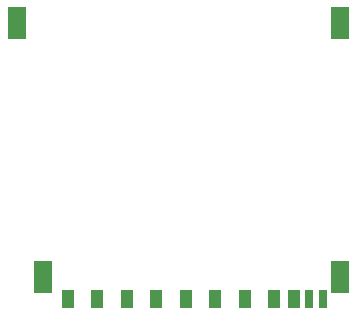
<source format=gtp>
G04 #@! TF.GenerationSoftware,KiCad,Pcbnew,(5.1.7)-1*
G04 #@! TF.CreationDate,2021-12-19T02:36:46+01:00*
G04 #@! TF.ProjectId,CR-VERSION,43522d56-4552-4534-994f-4e2e6b696361,rev?*
G04 #@! TF.SameCoordinates,Original*
G04 #@! TF.FileFunction,Paste,Top*
G04 #@! TF.FilePolarity,Positive*
%FSLAX46Y46*%
G04 Gerber Fmt 4.6, Leading zero omitted, Abs format (unit mm)*
G04 Created by KiCad (PCBNEW (5.1.7)-1) date 2021-12-19 02:36:46*
%MOMM*%
%LPD*%
G01*
G04 APERTURE LIST*
%ADD10R,1.500000X2.800000*%
%ADD11R,0.700000X1.500000*%
%ADD12R,1.000000X1.500000*%
G04 APERTURE END LIST*
D10*
X185501100Y-62839000D03*
X185501100Y-41339000D03*
X158201100Y-41339000D03*
X160401100Y-62839000D03*
D11*
X184106100Y-64639000D03*
X182906100Y-64639000D03*
D12*
X162476100Y-64639000D03*
X181606100Y-64639000D03*
X179906100Y-64639000D03*
X177476100Y-64639000D03*
X174976100Y-64639000D03*
X172476100Y-64639000D03*
X169976100Y-64639000D03*
X167476100Y-64639000D03*
X164976100Y-64639000D03*
M02*

</source>
